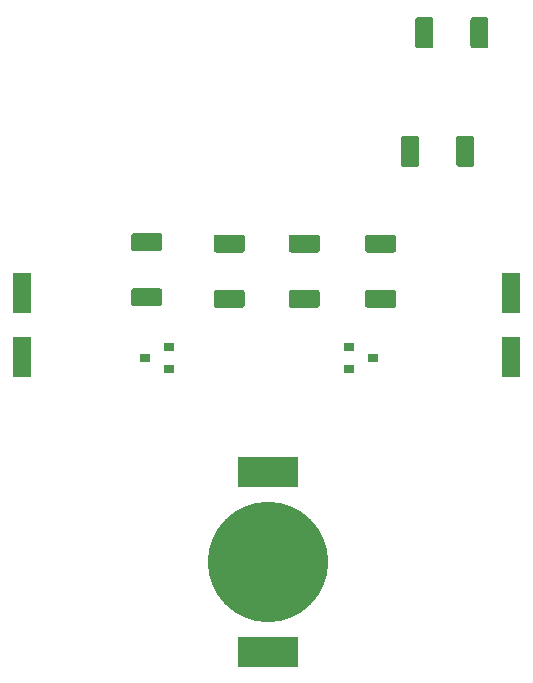
<source format=gbr>
G04 #@! TF.GenerationSoftware,KiCad,Pcbnew,(6.0.0-rc1-dev-1198-gf6cdcc1db)*
G04 #@! TF.CreationDate,2018-11-21T14:47:26-05:00*
G04 #@! TF.ProjectId,recurse-logo,72656375-7273-4652-9d6c-6f676f2e6b69,rev?*
G04 #@! TF.SameCoordinates,Original*
G04 #@! TF.FileFunction,Paste,Bot*
G04 #@! TF.FilePolarity,Positive*
%FSLAX46Y46*%
G04 Gerber Fmt 4.6, Leading zero omitted, Abs format (unit mm)*
G04 Created by KiCad (PCBNEW (6.0.0-rc1-dev-1198-gf6cdcc1db)) date Wednesday, November 21, 2018 at 02:47:26 PM*
%MOMM*%
%LPD*%
G01*
G04 APERTURE LIST*
%ADD10R,5.100000X2.500000*%
%ADD11C,10.200000*%
%ADD12R,1.600000X3.500000*%
%ADD13R,0.900000X0.800000*%
%ADD14C,0.100000*%
%ADD15C,1.525000*%
G04 APERTURE END LIST*
D10*
G04 #@! TO.C,BT1*
X42447000Y-81924000D03*
X42447000Y-66724000D03*
D11*
X42447000Y-74324000D03*
G04 #@! TD*
D12*
G04 #@! TO.C,C1*
X63021000Y-51558000D03*
X63021000Y-56958000D03*
G04 #@! TD*
G04 #@! TO.C,C2*
X21619000Y-51558000D03*
X21619000Y-56958000D03*
G04 #@! TD*
D13*
G04 #@! TO.C,Q2*
X34049000Y-56102000D03*
X34049000Y-58002000D03*
X32049000Y-57052000D03*
G04 #@! TD*
G04 #@! TO.C,Q1*
X51321000Y-57052000D03*
X49321000Y-56102000D03*
X49321000Y-58002000D03*
G04 #@! TD*
D14*
G04 #@! TO.C,R1*
G36*
X56199505Y-28176204D02*
X56223773Y-28179804D01*
X56247572Y-28185765D01*
X56270671Y-28194030D01*
X56292850Y-28204520D01*
X56313893Y-28217132D01*
X56333599Y-28231747D01*
X56351777Y-28248223D01*
X56368253Y-28266401D01*
X56382868Y-28286107D01*
X56395480Y-28307150D01*
X56405970Y-28329329D01*
X56414235Y-28352428D01*
X56420196Y-28376227D01*
X56423796Y-28400495D01*
X56425000Y-28424999D01*
X56425000Y-30575001D01*
X56423796Y-30599505D01*
X56420196Y-30623773D01*
X56414235Y-30647572D01*
X56405970Y-30670671D01*
X56395480Y-30692850D01*
X56382868Y-30713893D01*
X56368253Y-30733599D01*
X56351777Y-30751777D01*
X56333599Y-30768253D01*
X56313893Y-30782868D01*
X56292850Y-30795480D01*
X56270671Y-30805970D01*
X56247572Y-30814235D01*
X56223773Y-30820196D01*
X56199505Y-30823796D01*
X56175001Y-30825000D01*
X55149999Y-30825000D01*
X55125495Y-30823796D01*
X55101227Y-30820196D01*
X55077428Y-30814235D01*
X55054329Y-30805970D01*
X55032150Y-30795480D01*
X55011107Y-30782868D01*
X54991401Y-30768253D01*
X54973223Y-30751777D01*
X54956747Y-30733599D01*
X54942132Y-30713893D01*
X54929520Y-30692850D01*
X54919030Y-30670671D01*
X54910765Y-30647572D01*
X54904804Y-30623773D01*
X54901204Y-30599505D01*
X54900000Y-30575001D01*
X54900000Y-28424999D01*
X54901204Y-28400495D01*
X54904804Y-28376227D01*
X54910765Y-28352428D01*
X54919030Y-28329329D01*
X54929520Y-28307150D01*
X54942132Y-28286107D01*
X54956747Y-28266401D01*
X54973223Y-28248223D01*
X54991401Y-28231747D01*
X55011107Y-28217132D01*
X55032150Y-28204520D01*
X55054329Y-28194030D01*
X55077428Y-28185765D01*
X55101227Y-28179804D01*
X55125495Y-28176204D01*
X55149999Y-28175000D01*
X56175001Y-28175000D01*
X56199505Y-28176204D01*
X56199505Y-28176204D01*
G37*
D15*
X55662500Y-29500000D03*
D14*
G36*
X60874505Y-28176204D02*
X60898773Y-28179804D01*
X60922572Y-28185765D01*
X60945671Y-28194030D01*
X60967850Y-28204520D01*
X60988893Y-28217132D01*
X61008599Y-28231747D01*
X61026777Y-28248223D01*
X61043253Y-28266401D01*
X61057868Y-28286107D01*
X61070480Y-28307150D01*
X61080970Y-28329329D01*
X61089235Y-28352428D01*
X61095196Y-28376227D01*
X61098796Y-28400495D01*
X61100000Y-28424999D01*
X61100000Y-30575001D01*
X61098796Y-30599505D01*
X61095196Y-30623773D01*
X61089235Y-30647572D01*
X61080970Y-30670671D01*
X61070480Y-30692850D01*
X61057868Y-30713893D01*
X61043253Y-30733599D01*
X61026777Y-30751777D01*
X61008599Y-30768253D01*
X60988893Y-30782868D01*
X60967850Y-30795480D01*
X60945671Y-30805970D01*
X60922572Y-30814235D01*
X60898773Y-30820196D01*
X60874505Y-30823796D01*
X60850001Y-30825000D01*
X59824999Y-30825000D01*
X59800495Y-30823796D01*
X59776227Y-30820196D01*
X59752428Y-30814235D01*
X59729329Y-30805970D01*
X59707150Y-30795480D01*
X59686107Y-30782868D01*
X59666401Y-30768253D01*
X59648223Y-30751777D01*
X59631747Y-30733599D01*
X59617132Y-30713893D01*
X59604520Y-30692850D01*
X59594030Y-30670671D01*
X59585765Y-30647572D01*
X59579804Y-30623773D01*
X59576204Y-30599505D01*
X59575000Y-30575001D01*
X59575000Y-28424999D01*
X59576204Y-28400495D01*
X59579804Y-28376227D01*
X59585765Y-28352428D01*
X59594030Y-28329329D01*
X59604520Y-28307150D01*
X59617132Y-28286107D01*
X59631747Y-28266401D01*
X59648223Y-28248223D01*
X59666401Y-28231747D01*
X59686107Y-28217132D01*
X59707150Y-28204520D01*
X59729329Y-28194030D01*
X59752428Y-28185765D01*
X59776227Y-28179804D01*
X59800495Y-28176204D01*
X59824999Y-28175000D01*
X60850001Y-28175000D01*
X60874505Y-28176204D01*
X60874505Y-28176204D01*
G37*
D15*
X60337500Y-29500000D03*
G04 #@! TD*
D14*
G04 #@! TO.C,R2*
G36*
X46594505Y-46587204D02*
X46618773Y-46590804D01*
X46642572Y-46596765D01*
X46665671Y-46605030D01*
X46687850Y-46615520D01*
X46708893Y-46628132D01*
X46728599Y-46642747D01*
X46746777Y-46659223D01*
X46763253Y-46677401D01*
X46777868Y-46697107D01*
X46790480Y-46718150D01*
X46800970Y-46740329D01*
X46809235Y-46763428D01*
X46815196Y-46787227D01*
X46818796Y-46811495D01*
X46820000Y-46835999D01*
X46820000Y-47861001D01*
X46818796Y-47885505D01*
X46815196Y-47909773D01*
X46809235Y-47933572D01*
X46800970Y-47956671D01*
X46790480Y-47978850D01*
X46777868Y-47999893D01*
X46763253Y-48019599D01*
X46746777Y-48037777D01*
X46728599Y-48054253D01*
X46708893Y-48068868D01*
X46687850Y-48081480D01*
X46665671Y-48091970D01*
X46642572Y-48100235D01*
X46618773Y-48106196D01*
X46594505Y-48109796D01*
X46570001Y-48111000D01*
X44419999Y-48111000D01*
X44395495Y-48109796D01*
X44371227Y-48106196D01*
X44347428Y-48100235D01*
X44324329Y-48091970D01*
X44302150Y-48081480D01*
X44281107Y-48068868D01*
X44261401Y-48054253D01*
X44243223Y-48037777D01*
X44226747Y-48019599D01*
X44212132Y-47999893D01*
X44199520Y-47978850D01*
X44189030Y-47956671D01*
X44180765Y-47933572D01*
X44174804Y-47909773D01*
X44171204Y-47885505D01*
X44170000Y-47861001D01*
X44170000Y-46835999D01*
X44171204Y-46811495D01*
X44174804Y-46787227D01*
X44180765Y-46763428D01*
X44189030Y-46740329D01*
X44199520Y-46718150D01*
X44212132Y-46697107D01*
X44226747Y-46677401D01*
X44243223Y-46659223D01*
X44261401Y-46642747D01*
X44281107Y-46628132D01*
X44302150Y-46615520D01*
X44324329Y-46605030D01*
X44347428Y-46596765D01*
X44371227Y-46590804D01*
X44395495Y-46587204D01*
X44419999Y-46586000D01*
X46570001Y-46586000D01*
X46594505Y-46587204D01*
X46594505Y-46587204D01*
G37*
D15*
X45495000Y-47348500D03*
D14*
G36*
X46594505Y-51262204D02*
X46618773Y-51265804D01*
X46642572Y-51271765D01*
X46665671Y-51280030D01*
X46687850Y-51290520D01*
X46708893Y-51303132D01*
X46728599Y-51317747D01*
X46746777Y-51334223D01*
X46763253Y-51352401D01*
X46777868Y-51372107D01*
X46790480Y-51393150D01*
X46800970Y-51415329D01*
X46809235Y-51438428D01*
X46815196Y-51462227D01*
X46818796Y-51486495D01*
X46820000Y-51510999D01*
X46820000Y-52536001D01*
X46818796Y-52560505D01*
X46815196Y-52584773D01*
X46809235Y-52608572D01*
X46800970Y-52631671D01*
X46790480Y-52653850D01*
X46777868Y-52674893D01*
X46763253Y-52694599D01*
X46746777Y-52712777D01*
X46728599Y-52729253D01*
X46708893Y-52743868D01*
X46687850Y-52756480D01*
X46665671Y-52766970D01*
X46642572Y-52775235D01*
X46618773Y-52781196D01*
X46594505Y-52784796D01*
X46570001Y-52786000D01*
X44419999Y-52786000D01*
X44395495Y-52784796D01*
X44371227Y-52781196D01*
X44347428Y-52775235D01*
X44324329Y-52766970D01*
X44302150Y-52756480D01*
X44281107Y-52743868D01*
X44261401Y-52729253D01*
X44243223Y-52712777D01*
X44226747Y-52694599D01*
X44212132Y-52674893D01*
X44199520Y-52653850D01*
X44189030Y-52631671D01*
X44180765Y-52608572D01*
X44174804Y-52584773D01*
X44171204Y-52560505D01*
X44170000Y-52536001D01*
X44170000Y-51510999D01*
X44171204Y-51486495D01*
X44174804Y-51462227D01*
X44180765Y-51438428D01*
X44189030Y-51415329D01*
X44199520Y-51393150D01*
X44212132Y-51372107D01*
X44226747Y-51352401D01*
X44243223Y-51334223D01*
X44261401Y-51317747D01*
X44281107Y-51303132D01*
X44302150Y-51290520D01*
X44324329Y-51280030D01*
X44347428Y-51271765D01*
X44371227Y-51265804D01*
X44395495Y-51262204D01*
X44419999Y-51261000D01*
X46570001Y-51261000D01*
X46594505Y-51262204D01*
X46594505Y-51262204D01*
G37*
D15*
X45495000Y-52023500D03*
G04 #@! TD*
D14*
G04 #@! TO.C,R3*
G36*
X33259505Y-46460204D02*
X33283773Y-46463804D01*
X33307572Y-46469765D01*
X33330671Y-46478030D01*
X33352850Y-46488520D01*
X33373893Y-46501132D01*
X33393599Y-46515747D01*
X33411777Y-46532223D01*
X33428253Y-46550401D01*
X33442868Y-46570107D01*
X33455480Y-46591150D01*
X33465970Y-46613329D01*
X33474235Y-46636428D01*
X33480196Y-46660227D01*
X33483796Y-46684495D01*
X33485000Y-46708999D01*
X33485000Y-47734001D01*
X33483796Y-47758505D01*
X33480196Y-47782773D01*
X33474235Y-47806572D01*
X33465970Y-47829671D01*
X33455480Y-47851850D01*
X33442868Y-47872893D01*
X33428253Y-47892599D01*
X33411777Y-47910777D01*
X33393599Y-47927253D01*
X33373893Y-47941868D01*
X33352850Y-47954480D01*
X33330671Y-47964970D01*
X33307572Y-47973235D01*
X33283773Y-47979196D01*
X33259505Y-47982796D01*
X33235001Y-47984000D01*
X31084999Y-47984000D01*
X31060495Y-47982796D01*
X31036227Y-47979196D01*
X31012428Y-47973235D01*
X30989329Y-47964970D01*
X30967150Y-47954480D01*
X30946107Y-47941868D01*
X30926401Y-47927253D01*
X30908223Y-47910777D01*
X30891747Y-47892599D01*
X30877132Y-47872893D01*
X30864520Y-47851850D01*
X30854030Y-47829671D01*
X30845765Y-47806572D01*
X30839804Y-47782773D01*
X30836204Y-47758505D01*
X30835000Y-47734001D01*
X30835000Y-46708999D01*
X30836204Y-46684495D01*
X30839804Y-46660227D01*
X30845765Y-46636428D01*
X30854030Y-46613329D01*
X30864520Y-46591150D01*
X30877132Y-46570107D01*
X30891747Y-46550401D01*
X30908223Y-46532223D01*
X30926401Y-46515747D01*
X30946107Y-46501132D01*
X30967150Y-46488520D01*
X30989329Y-46478030D01*
X31012428Y-46469765D01*
X31036227Y-46463804D01*
X31060495Y-46460204D01*
X31084999Y-46459000D01*
X33235001Y-46459000D01*
X33259505Y-46460204D01*
X33259505Y-46460204D01*
G37*
D15*
X32160000Y-47221500D03*
D14*
G36*
X33259505Y-51135204D02*
X33283773Y-51138804D01*
X33307572Y-51144765D01*
X33330671Y-51153030D01*
X33352850Y-51163520D01*
X33373893Y-51176132D01*
X33393599Y-51190747D01*
X33411777Y-51207223D01*
X33428253Y-51225401D01*
X33442868Y-51245107D01*
X33455480Y-51266150D01*
X33465970Y-51288329D01*
X33474235Y-51311428D01*
X33480196Y-51335227D01*
X33483796Y-51359495D01*
X33485000Y-51383999D01*
X33485000Y-52409001D01*
X33483796Y-52433505D01*
X33480196Y-52457773D01*
X33474235Y-52481572D01*
X33465970Y-52504671D01*
X33455480Y-52526850D01*
X33442868Y-52547893D01*
X33428253Y-52567599D01*
X33411777Y-52585777D01*
X33393599Y-52602253D01*
X33373893Y-52616868D01*
X33352850Y-52629480D01*
X33330671Y-52639970D01*
X33307572Y-52648235D01*
X33283773Y-52654196D01*
X33259505Y-52657796D01*
X33235001Y-52659000D01*
X31084999Y-52659000D01*
X31060495Y-52657796D01*
X31036227Y-52654196D01*
X31012428Y-52648235D01*
X30989329Y-52639970D01*
X30967150Y-52629480D01*
X30946107Y-52616868D01*
X30926401Y-52602253D01*
X30908223Y-52585777D01*
X30891747Y-52567599D01*
X30877132Y-52547893D01*
X30864520Y-52526850D01*
X30854030Y-52504671D01*
X30845765Y-52481572D01*
X30839804Y-52457773D01*
X30836204Y-52433505D01*
X30835000Y-52409001D01*
X30835000Y-51383999D01*
X30836204Y-51359495D01*
X30839804Y-51335227D01*
X30845765Y-51311428D01*
X30854030Y-51288329D01*
X30864520Y-51266150D01*
X30877132Y-51245107D01*
X30891747Y-51225401D01*
X30908223Y-51207223D01*
X30926401Y-51190747D01*
X30946107Y-51176132D01*
X30967150Y-51163520D01*
X30989329Y-51153030D01*
X31012428Y-51144765D01*
X31036227Y-51138804D01*
X31060495Y-51135204D01*
X31084999Y-51134000D01*
X33235001Y-51134000D01*
X33259505Y-51135204D01*
X33259505Y-51135204D01*
G37*
D15*
X32160000Y-51896500D03*
G04 #@! TD*
D14*
G04 #@! TO.C,R4*
G36*
X53071505Y-46587204D02*
X53095773Y-46590804D01*
X53119572Y-46596765D01*
X53142671Y-46605030D01*
X53164850Y-46615520D01*
X53185893Y-46628132D01*
X53205599Y-46642747D01*
X53223777Y-46659223D01*
X53240253Y-46677401D01*
X53254868Y-46697107D01*
X53267480Y-46718150D01*
X53277970Y-46740329D01*
X53286235Y-46763428D01*
X53292196Y-46787227D01*
X53295796Y-46811495D01*
X53297000Y-46835999D01*
X53297000Y-47861001D01*
X53295796Y-47885505D01*
X53292196Y-47909773D01*
X53286235Y-47933572D01*
X53277970Y-47956671D01*
X53267480Y-47978850D01*
X53254868Y-47999893D01*
X53240253Y-48019599D01*
X53223777Y-48037777D01*
X53205599Y-48054253D01*
X53185893Y-48068868D01*
X53164850Y-48081480D01*
X53142671Y-48091970D01*
X53119572Y-48100235D01*
X53095773Y-48106196D01*
X53071505Y-48109796D01*
X53047001Y-48111000D01*
X50896999Y-48111000D01*
X50872495Y-48109796D01*
X50848227Y-48106196D01*
X50824428Y-48100235D01*
X50801329Y-48091970D01*
X50779150Y-48081480D01*
X50758107Y-48068868D01*
X50738401Y-48054253D01*
X50720223Y-48037777D01*
X50703747Y-48019599D01*
X50689132Y-47999893D01*
X50676520Y-47978850D01*
X50666030Y-47956671D01*
X50657765Y-47933572D01*
X50651804Y-47909773D01*
X50648204Y-47885505D01*
X50647000Y-47861001D01*
X50647000Y-46835999D01*
X50648204Y-46811495D01*
X50651804Y-46787227D01*
X50657765Y-46763428D01*
X50666030Y-46740329D01*
X50676520Y-46718150D01*
X50689132Y-46697107D01*
X50703747Y-46677401D01*
X50720223Y-46659223D01*
X50738401Y-46642747D01*
X50758107Y-46628132D01*
X50779150Y-46615520D01*
X50801329Y-46605030D01*
X50824428Y-46596765D01*
X50848227Y-46590804D01*
X50872495Y-46587204D01*
X50896999Y-46586000D01*
X53047001Y-46586000D01*
X53071505Y-46587204D01*
X53071505Y-46587204D01*
G37*
D15*
X51972000Y-47348500D03*
D14*
G36*
X53071505Y-51262204D02*
X53095773Y-51265804D01*
X53119572Y-51271765D01*
X53142671Y-51280030D01*
X53164850Y-51290520D01*
X53185893Y-51303132D01*
X53205599Y-51317747D01*
X53223777Y-51334223D01*
X53240253Y-51352401D01*
X53254868Y-51372107D01*
X53267480Y-51393150D01*
X53277970Y-51415329D01*
X53286235Y-51438428D01*
X53292196Y-51462227D01*
X53295796Y-51486495D01*
X53297000Y-51510999D01*
X53297000Y-52536001D01*
X53295796Y-52560505D01*
X53292196Y-52584773D01*
X53286235Y-52608572D01*
X53277970Y-52631671D01*
X53267480Y-52653850D01*
X53254868Y-52674893D01*
X53240253Y-52694599D01*
X53223777Y-52712777D01*
X53205599Y-52729253D01*
X53185893Y-52743868D01*
X53164850Y-52756480D01*
X53142671Y-52766970D01*
X53119572Y-52775235D01*
X53095773Y-52781196D01*
X53071505Y-52784796D01*
X53047001Y-52786000D01*
X50896999Y-52786000D01*
X50872495Y-52784796D01*
X50848227Y-52781196D01*
X50824428Y-52775235D01*
X50801329Y-52766970D01*
X50779150Y-52756480D01*
X50758107Y-52743868D01*
X50738401Y-52729253D01*
X50720223Y-52712777D01*
X50703747Y-52694599D01*
X50689132Y-52674893D01*
X50676520Y-52653850D01*
X50666030Y-52631671D01*
X50657765Y-52608572D01*
X50651804Y-52584773D01*
X50648204Y-52560505D01*
X50647000Y-52536001D01*
X50647000Y-51510999D01*
X50648204Y-51486495D01*
X50651804Y-51462227D01*
X50657765Y-51438428D01*
X50666030Y-51415329D01*
X50676520Y-51393150D01*
X50689132Y-51372107D01*
X50703747Y-51352401D01*
X50720223Y-51334223D01*
X50738401Y-51317747D01*
X50758107Y-51303132D01*
X50779150Y-51290520D01*
X50801329Y-51280030D01*
X50824428Y-51271765D01*
X50848227Y-51265804D01*
X50872495Y-51262204D01*
X50896999Y-51261000D01*
X53047001Y-51261000D01*
X53071505Y-51262204D01*
X53071505Y-51262204D01*
G37*
D15*
X51972000Y-52023500D03*
G04 #@! TD*
D14*
G04 #@! TO.C,R5*
G36*
X40244505Y-46587204D02*
X40268773Y-46590804D01*
X40292572Y-46596765D01*
X40315671Y-46605030D01*
X40337850Y-46615520D01*
X40358893Y-46628132D01*
X40378599Y-46642747D01*
X40396777Y-46659223D01*
X40413253Y-46677401D01*
X40427868Y-46697107D01*
X40440480Y-46718150D01*
X40450970Y-46740329D01*
X40459235Y-46763428D01*
X40465196Y-46787227D01*
X40468796Y-46811495D01*
X40470000Y-46835999D01*
X40470000Y-47861001D01*
X40468796Y-47885505D01*
X40465196Y-47909773D01*
X40459235Y-47933572D01*
X40450970Y-47956671D01*
X40440480Y-47978850D01*
X40427868Y-47999893D01*
X40413253Y-48019599D01*
X40396777Y-48037777D01*
X40378599Y-48054253D01*
X40358893Y-48068868D01*
X40337850Y-48081480D01*
X40315671Y-48091970D01*
X40292572Y-48100235D01*
X40268773Y-48106196D01*
X40244505Y-48109796D01*
X40220001Y-48111000D01*
X38069999Y-48111000D01*
X38045495Y-48109796D01*
X38021227Y-48106196D01*
X37997428Y-48100235D01*
X37974329Y-48091970D01*
X37952150Y-48081480D01*
X37931107Y-48068868D01*
X37911401Y-48054253D01*
X37893223Y-48037777D01*
X37876747Y-48019599D01*
X37862132Y-47999893D01*
X37849520Y-47978850D01*
X37839030Y-47956671D01*
X37830765Y-47933572D01*
X37824804Y-47909773D01*
X37821204Y-47885505D01*
X37820000Y-47861001D01*
X37820000Y-46835999D01*
X37821204Y-46811495D01*
X37824804Y-46787227D01*
X37830765Y-46763428D01*
X37839030Y-46740329D01*
X37849520Y-46718150D01*
X37862132Y-46697107D01*
X37876747Y-46677401D01*
X37893223Y-46659223D01*
X37911401Y-46642747D01*
X37931107Y-46628132D01*
X37952150Y-46615520D01*
X37974329Y-46605030D01*
X37997428Y-46596765D01*
X38021227Y-46590804D01*
X38045495Y-46587204D01*
X38069999Y-46586000D01*
X40220001Y-46586000D01*
X40244505Y-46587204D01*
X40244505Y-46587204D01*
G37*
D15*
X39145000Y-47348500D03*
D14*
G36*
X40244505Y-51262204D02*
X40268773Y-51265804D01*
X40292572Y-51271765D01*
X40315671Y-51280030D01*
X40337850Y-51290520D01*
X40358893Y-51303132D01*
X40378599Y-51317747D01*
X40396777Y-51334223D01*
X40413253Y-51352401D01*
X40427868Y-51372107D01*
X40440480Y-51393150D01*
X40450970Y-51415329D01*
X40459235Y-51438428D01*
X40465196Y-51462227D01*
X40468796Y-51486495D01*
X40470000Y-51510999D01*
X40470000Y-52536001D01*
X40468796Y-52560505D01*
X40465196Y-52584773D01*
X40459235Y-52608572D01*
X40450970Y-52631671D01*
X40440480Y-52653850D01*
X40427868Y-52674893D01*
X40413253Y-52694599D01*
X40396777Y-52712777D01*
X40378599Y-52729253D01*
X40358893Y-52743868D01*
X40337850Y-52756480D01*
X40315671Y-52766970D01*
X40292572Y-52775235D01*
X40268773Y-52781196D01*
X40244505Y-52784796D01*
X40220001Y-52786000D01*
X38069999Y-52786000D01*
X38045495Y-52784796D01*
X38021227Y-52781196D01*
X37997428Y-52775235D01*
X37974329Y-52766970D01*
X37952150Y-52756480D01*
X37931107Y-52743868D01*
X37911401Y-52729253D01*
X37893223Y-52712777D01*
X37876747Y-52694599D01*
X37862132Y-52674893D01*
X37849520Y-52653850D01*
X37839030Y-52631671D01*
X37830765Y-52608572D01*
X37824804Y-52584773D01*
X37821204Y-52560505D01*
X37820000Y-52536001D01*
X37820000Y-51510999D01*
X37821204Y-51486495D01*
X37824804Y-51462227D01*
X37830765Y-51438428D01*
X37839030Y-51415329D01*
X37849520Y-51393150D01*
X37862132Y-51372107D01*
X37876747Y-51352401D01*
X37893223Y-51334223D01*
X37911401Y-51317747D01*
X37931107Y-51303132D01*
X37952150Y-51290520D01*
X37974329Y-51280030D01*
X37997428Y-51271765D01*
X38021227Y-51265804D01*
X38045495Y-51262204D01*
X38069999Y-51261000D01*
X40220001Y-51261000D01*
X40244505Y-51262204D01*
X40244505Y-51262204D01*
G37*
D15*
X39145000Y-52023500D03*
G04 #@! TD*
D14*
G04 #@! TO.C,R6*
G36*
X54997505Y-38202204D02*
X55021773Y-38205804D01*
X55045572Y-38211765D01*
X55068671Y-38220030D01*
X55090850Y-38230520D01*
X55111893Y-38243132D01*
X55131599Y-38257747D01*
X55149777Y-38274223D01*
X55166253Y-38292401D01*
X55180868Y-38312107D01*
X55193480Y-38333150D01*
X55203970Y-38355329D01*
X55212235Y-38378428D01*
X55218196Y-38402227D01*
X55221796Y-38426495D01*
X55223000Y-38450999D01*
X55223000Y-40601001D01*
X55221796Y-40625505D01*
X55218196Y-40649773D01*
X55212235Y-40673572D01*
X55203970Y-40696671D01*
X55193480Y-40718850D01*
X55180868Y-40739893D01*
X55166253Y-40759599D01*
X55149777Y-40777777D01*
X55131599Y-40794253D01*
X55111893Y-40808868D01*
X55090850Y-40821480D01*
X55068671Y-40831970D01*
X55045572Y-40840235D01*
X55021773Y-40846196D01*
X54997505Y-40849796D01*
X54973001Y-40851000D01*
X53947999Y-40851000D01*
X53923495Y-40849796D01*
X53899227Y-40846196D01*
X53875428Y-40840235D01*
X53852329Y-40831970D01*
X53830150Y-40821480D01*
X53809107Y-40808868D01*
X53789401Y-40794253D01*
X53771223Y-40777777D01*
X53754747Y-40759599D01*
X53740132Y-40739893D01*
X53727520Y-40718850D01*
X53717030Y-40696671D01*
X53708765Y-40673572D01*
X53702804Y-40649773D01*
X53699204Y-40625505D01*
X53698000Y-40601001D01*
X53698000Y-38450999D01*
X53699204Y-38426495D01*
X53702804Y-38402227D01*
X53708765Y-38378428D01*
X53717030Y-38355329D01*
X53727520Y-38333150D01*
X53740132Y-38312107D01*
X53754747Y-38292401D01*
X53771223Y-38274223D01*
X53789401Y-38257747D01*
X53809107Y-38243132D01*
X53830150Y-38230520D01*
X53852329Y-38220030D01*
X53875428Y-38211765D01*
X53899227Y-38205804D01*
X53923495Y-38202204D01*
X53947999Y-38201000D01*
X54973001Y-38201000D01*
X54997505Y-38202204D01*
X54997505Y-38202204D01*
G37*
D15*
X54460500Y-39526000D03*
D14*
G36*
X59672505Y-38202204D02*
X59696773Y-38205804D01*
X59720572Y-38211765D01*
X59743671Y-38220030D01*
X59765850Y-38230520D01*
X59786893Y-38243132D01*
X59806599Y-38257747D01*
X59824777Y-38274223D01*
X59841253Y-38292401D01*
X59855868Y-38312107D01*
X59868480Y-38333150D01*
X59878970Y-38355329D01*
X59887235Y-38378428D01*
X59893196Y-38402227D01*
X59896796Y-38426495D01*
X59898000Y-38450999D01*
X59898000Y-40601001D01*
X59896796Y-40625505D01*
X59893196Y-40649773D01*
X59887235Y-40673572D01*
X59878970Y-40696671D01*
X59868480Y-40718850D01*
X59855868Y-40739893D01*
X59841253Y-40759599D01*
X59824777Y-40777777D01*
X59806599Y-40794253D01*
X59786893Y-40808868D01*
X59765850Y-40821480D01*
X59743671Y-40831970D01*
X59720572Y-40840235D01*
X59696773Y-40846196D01*
X59672505Y-40849796D01*
X59648001Y-40851000D01*
X58622999Y-40851000D01*
X58598495Y-40849796D01*
X58574227Y-40846196D01*
X58550428Y-40840235D01*
X58527329Y-40831970D01*
X58505150Y-40821480D01*
X58484107Y-40808868D01*
X58464401Y-40794253D01*
X58446223Y-40777777D01*
X58429747Y-40759599D01*
X58415132Y-40739893D01*
X58402520Y-40718850D01*
X58392030Y-40696671D01*
X58383765Y-40673572D01*
X58377804Y-40649773D01*
X58374204Y-40625505D01*
X58373000Y-40601001D01*
X58373000Y-38450999D01*
X58374204Y-38426495D01*
X58377804Y-38402227D01*
X58383765Y-38378428D01*
X58392030Y-38355329D01*
X58402520Y-38333150D01*
X58415132Y-38312107D01*
X58429747Y-38292401D01*
X58446223Y-38274223D01*
X58464401Y-38257747D01*
X58484107Y-38243132D01*
X58505150Y-38230520D01*
X58527329Y-38220030D01*
X58550428Y-38211765D01*
X58574227Y-38205804D01*
X58598495Y-38202204D01*
X58622999Y-38201000D01*
X59648001Y-38201000D01*
X59672505Y-38202204D01*
X59672505Y-38202204D01*
G37*
D15*
X59135500Y-39526000D03*
G04 #@! TD*
M02*

</source>
